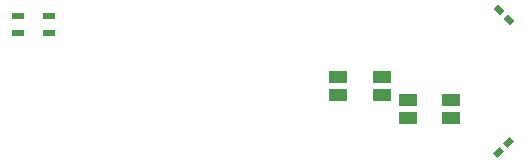
<source format=gbr>
G04 #@! TF.FileFunction,Paste,Top*
%FSLAX46Y46*%
G04 Gerber Fmt 4.6, Leading zero omitted, Abs format (unit mm)*
G04 Created by KiCad (PCBNEW 4.0.5-e0-6337~49~ubuntu14.04.1) date Tue May 23 16:53:46 2017*
%MOMM*%
%LPD*%
G01*
G04 APERTURE LIST*
%ADD10C,0.100000*%
%ADD11R,1.000000X0.600000*%
%ADD12R,1.500000X1.100000*%
G04 APERTURE END LIST*
D10*
G36*
X208330330Y-105516117D02*
X208683883Y-105869670D01*
X208118198Y-106435355D01*
X207764645Y-106081802D01*
X208330330Y-105516117D01*
X208330330Y-105516117D01*
G37*
G36*
X207481802Y-106364645D02*
X207835355Y-106718198D01*
X207269670Y-107283883D01*
X206916117Y-106930330D01*
X207481802Y-106364645D01*
X207481802Y-106364645D01*
G37*
G36*
X208683883Y-95730330D02*
X208330330Y-96083883D01*
X207764645Y-95518198D01*
X208118198Y-95164645D01*
X208683883Y-95730330D01*
X208683883Y-95730330D01*
G37*
G36*
X207835355Y-94881802D02*
X207481802Y-95235355D01*
X206916117Y-94669670D01*
X207269670Y-94316117D01*
X207835355Y-94881802D01*
X207835355Y-94881802D01*
G37*
D11*
X166700000Y-95300000D03*
X169300000Y-95300000D03*
X169300000Y-96700000D03*
X166700000Y-96700000D03*
D12*
X197450000Y-101950000D03*
X197450000Y-100450000D03*
X193750000Y-100450000D03*
X193750000Y-101950000D03*
X199650000Y-102450000D03*
X199650000Y-103950000D03*
X203350000Y-103950000D03*
X203350000Y-102450000D03*
M02*

</source>
